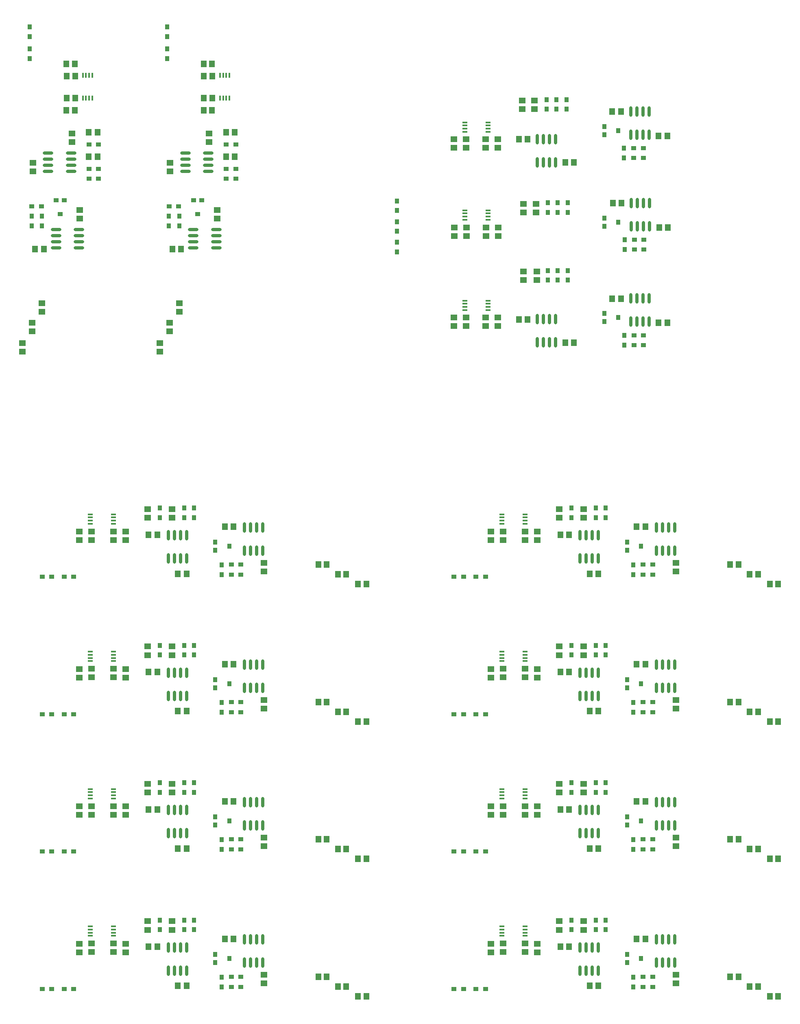
<source format=gtp>
%FSLAX25Y25*%
%MOIN*%
G70*
G01*
G75*
G04 Layer_Color=8421504*
%ADD10R,0.03543X0.04331*%
%ADD11R,0.04331X0.03543*%
%ADD12R,0.03543X0.03937*%
%ADD13R,0.04724X0.05512*%
%ADD14R,0.04016X0.01614*%
%ADD15R,0.05512X0.04724*%
%ADD16R,0.05512X0.04921*%
%ADD17R,0.04921X0.05512*%
%ADD18O,0.02362X0.08661*%
%ADD19C,0.01000*%
%ADD20O,0.08661X0.02362*%
%ADD21R,0.05512X0.04921*%
%ADD22R,0.05512X0.04724*%
%ADD23R,0.01614X0.04016*%
%ADD24R,0.03937X0.03543*%
%ADD25R,0.04331X0.03543*%
%ADD26C,0.05906*%
%ADD27R,0.05906X0.05906*%
%ADD28R,0.05906X0.05906*%
%ADD29C,0.06000*%
%ADD30C,0.05000*%
%ADD31C,0.10787*%
%ADD32R,0.05906X0.05906*%
%ADD33C,0.10000*%
%ADD34R,0.04724X0.04724*%
%ADD35R,0.04724X0.04724*%
%ADD36C,0.00787*%
%ADD37C,0.00984*%
%ADD38C,0.02362*%
%ADD39C,0.00800*%
%ADD40C,0.01500*%
%ADD41C,0.02000*%
D10*
X150500Y64500D02*
D03*
Y72374D02*
D03*
X142500Y64500D02*
D03*
Y72374D02*
D03*
X179500Y41000D02*
D03*
X122500Y72374D02*
D03*
Y64500D02*
D03*
X173126Y25606D02*
D03*
Y17732D02*
D03*
X16000Y778000D02*
D03*
Y785874D02*
D03*
Y796000D02*
D03*
Y803874D02*
D03*
X26000Y641000D02*
D03*
Y648874D02*
D03*
X17606Y641000D02*
D03*
Y648874D02*
D03*
X128500Y778000D02*
D03*
Y785874D02*
D03*
Y796000D02*
D03*
Y803874D02*
D03*
X138500Y641000D02*
D03*
Y648874D02*
D03*
X130106Y641000D02*
D03*
Y648874D02*
D03*
X173126Y355232D02*
D03*
Y363106D02*
D03*
X122500Y402000D02*
D03*
Y409874D02*
D03*
X179500Y378500D02*
D03*
X142500Y409874D02*
D03*
Y402000D02*
D03*
X150500Y409874D02*
D03*
Y402000D02*
D03*
X510626Y355232D02*
D03*
Y363106D02*
D03*
X460000Y402000D02*
D03*
Y409874D02*
D03*
X517000Y378500D02*
D03*
X480000Y409874D02*
D03*
Y402000D02*
D03*
X488000Y409874D02*
D03*
Y402000D02*
D03*
Y64500D02*
D03*
Y72374D02*
D03*
X480000Y64500D02*
D03*
Y72374D02*
D03*
X517000Y41000D02*
D03*
X460000Y72374D02*
D03*
Y64500D02*
D03*
X510626Y25606D02*
D03*
Y17732D02*
D03*
X488000Y177000D02*
D03*
Y184874D02*
D03*
X480000Y177000D02*
D03*
Y184874D02*
D03*
X517000Y153500D02*
D03*
X460000Y184874D02*
D03*
Y177000D02*
D03*
X510626Y138106D02*
D03*
Y130232D02*
D03*
X488000Y289500D02*
D03*
Y297374D02*
D03*
X480000Y289500D02*
D03*
Y297374D02*
D03*
X517000Y266000D02*
D03*
X460000Y297374D02*
D03*
Y289500D02*
D03*
X510626Y250606D02*
D03*
Y242732D02*
D03*
X150500Y177000D02*
D03*
Y184874D02*
D03*
X142500Y177000D02*
D03*
Y184874D02*
D03*
X179500Y153500D02*
D03*
X122500Y184874D02*
D03*
Y177000D02*
D03*
X173126Y138106D02*
D03*
Y130232D02*
D03*
X150500Y289500D02*
D03*
Y297374D02*
D03*
X142500Y289500D02*
D03*
Y297374D02*
D03*
X179500Y266000D02*
D03*
X122500Y297374D02*
D03*
Y289500D02*
D03*
X173126Y250606D02*
D03*
Y242732D02*
D03*
X317000Y619626D02*
D03*
Y627500D02*
D03*
Y661374D02*
D03*
Y653500D02*
D03*
Y636563D02*
D03*
Y644437D02*
D03*
X503000Y696626D02*
D03*
Y704500D02*
D03*
X503500Y621626D02*
D03*
Y629500D02*
D03*
X503200Y543326D02*
D03*
Y551200D02*
D03*
X439500Y736549D02*
D03*
Y744423D02*
D03*
X440500Y652000D02*
D03*
Y659874D02*
D03*
Y596549D02*
D03*
Y604423D02*
D03*
X447750Y744423D02*
D03*
Y736549D02*
D03*
X456000Y744423D02*
D03*
Y736549D02*
D03*
X448750Y659874D02*
D03*
Y652000D02*
D03*
X457000Y659874D02*
D03*
Y652000D02*
D03*
X448750Y604423D02*
D03*
Y596549D02*
D03*
X457000Y604423D02*
D03*
Y596549D02*
D03*
X498300Y718800D02*
D03*
Y643900D02*
D03*
Y565900D02*
D03*
D11*
X181126Y17606D02*
D03*
X189000D02*
D03*
X181126Y26000D02*
D03*
X189000D02*
D03*
X26126Y16000D02*
D03*
X34000D02*
D03*
X44126D02*
D03*
X52000D02*
D03*
X17732Y656874D02*
D03*
X25606D02*
D03*
X64500Y707500D02*
D03*
X72374D02*
D03*
X41000Y650500D02*
D03*
X130232Y656874D02*
D03*
X138106D02*
D03*
X177000Y707500D02*
D03*
X184874D02*
D03*
X153500Y650500D02*
D03*
X52000Y353500D02*
D03*
X44126D02*
D03*
X34000D02*
D03*
X26126D02*
D03*
X189000Y363500D02*
D03*
X181126D02*
D03*
X189000Y355106D02*
D03*
X181126D02*
D03*
X389500Y353500D02*
D03*
X381626D02*
D03*
X371500D02*
D03*
X363626D02*
D03*
X526500Y363500D02*
D03*
X518626D02*
D03*
X526500Y355106D02*
D03*
X518626D02*
D03*
Y17606D02*
D03*
X526500D02*
D03*
X518626Y26000D02*
D03*
X526500D02*
D03*
X363626Y16000D02*
D03*
X371500D02*
D03*
X381626D02*
D03*
X389500D02*
D03*
X518626Y130106D02*
D03*
X526500D02*
D03*
X518626Y138500D02*
D03*
X526500D02*
D03*
X363626Y128500D02*
D03*
X371500D02*
D03*
X381626D02*
D03*
X389500D02*
D03*
X518626Y242606D02*
D03*
X526500D02*
D03*
X518626Y251000D02*
D03*
X526500D02*
D03*
X363626Y241000D02*
D03*
X371500D02*
D03*
X381626D02*
D03*
X389500D02*
D03*
X181126Y130106D02*
D03*
X189000D02*
D03*
X181126Y138500D02*
D03*
X189000D02*
D03*
X26126Y128500D02*
D03*
X34000D02*
D03*
X44126D02*
D03*
X52000D02*
D03*
X181126Y242606D02*
D03*
X189000D02*
D03*
X181126Y251000D02*
D03*
X189000D02*
D03*
X26126Y241000D02*
D03*
X34000D02*
D03*
X44126D02*
D03*
X52000D02*
D03*
X518874Y704500D02*
D03*
X511000D02*
D03*
X518874Y696500D02*
D03*
X511000D02*
D03*
X519374Y629500D02*
D03*
X511500D02*
D03*
X519374Y621500D02*
D03*
X511500D02*
D03*
X519074Y551200D02*
D03*
X511200D02*
D03*
X519074Y543200D02*
D03*
X511200D02*
D03*
D12*
X168083Y44346D02*
D03*
Y37653D02*
D03*
Y375153D02*
D03*
Y381846D02*
D03*
X505583Y375153D02*
D03*
Y381846D02*
D03*
Y44346D02*
D03*
Y37653D02*
D03*
Y156846D02*
D03*
Y150154D02*
D03*
Y269346D02*
D03*
Y262653D02*
D03*
X168083Y156846D02*
D03*
Y150154D02*
D03*
Y269346D02*
D03*
Y262653D02*
D03*
X486883Y715453D02*
D03*
Y722147D02*
D03*
Y640554D02*
D03*
Y647247D02*
D03*
Y562554D02*
D03*
Y569246D02*
D03*
D13*
X144543Y18500D02*
D03*
X137457D02*
D03*
X120543Y50500D02*
D03*
X113457D02*
D03*
X183043Y57000D02*
D03*
X175957D02*
D03*
X71495Y717500D02*
D03*
X64408D02*
D03*
X53240Y763500D02*
D03*
X46154D02*
D03*
X53240Y745500D02*
D03*
X46154D02*
D03*
X20457Y622000D02*
D03*
X27543D02*
D03*
X71495Y697500D02*
D03*
X64408D02*
D03*
X183994Y717500D02*
D03*
X176908D02*
D03*
X165740Y763500D02*
D03*
X158653D02*
D03*
X165740Y745500D02*
D03*
X158653D02*
D03*
X132957Y622000D02*
D03*
X140043D02*
D03*
X183994Y697500D02*
D03*
X176908D02*
D03*
X175957Y394500D02*
D03*
X183043D02*
D03*
X113457Y388000D02*
D03*
X120543D02*
D03*
X137457Y356000D02*
D03*
X144543D02*
D03*
X513457Y394500D02*
D03*
X520543D02*
D03*
X450957Y388000D02*
D03*
X458043D02*
D03*
X474957Y356000D02*
D03*
X482043D02*
D03*
Y18500D02*
D03*
X474957D02*
D03*
X458043Y50500D02*
D03*
X450957D02*
D03*
X520543Y57000D02*
D03*
X513457D02*
D03*
X482043Y131000D02*
D03*
X474957D02*
D03*
X458043Y163000D02*
D03*
X450957D02*
D03*
X520543Y169500D02*
D03*
X513457D02*
D03*
X482043Y243500D02*
D03*
X474957D02*
D03*
X458043Y275500D02*
D03*
X450957D02*
D03*
X520543Y282000D02*
D03*
X513457D02*
D03*
X144543Y131000D02*
D03*
X137457D02*
D03*
X120543Y163000D02*
D03*
X113457D02*
D03*
X183043Y169500D02*
D03*
X175957D02*
D03*
X144543Y243500D02*
D03*
X137457D02*
D03*
X120543Y275500D02*
D03*
X113457D02*
D03*
X183043Y282000D02*
D03*
X175957D02*
D03*
X500543Y734500D02*
D03*
X493457D02*
D03*
X531457Y714500D02*
D03*
X538543D02*
D03*
X501043Y659500D02*
D03*
X493957D02*
D03*
X531957Y639500D02*
D03*
X539043D02*
D03*
X500543Y581400D02*
D03*
X493457D02*
D03*
X531457Y561500D02*
D03*
X538543D02*
D03*
X424043Y711900D02*
D03*
X416957D02*
D03*
X454957Y693100D02*
D03*
X462043D02*
D03*
X424043Y564400D02*
D03*
X416957D02*
D03*
X454957Y545400D02*
D03*
X462043D02*
D03*
D14*
X84500Y59500D02*
D03*
Y62059D02*
D03*
Y64618D02*
D03*
Y67177D02*
D03*
X65602Y59500D02*
D03*
Y62059D02*
D03*
Y64618D02*
D03*
Y67177D02*
D03*
Y404677D02*
D03*
Y402118D02*
D03*
Y399559D02*
D03*
Y397000D02*
D03*
X84500Y404677D02*
D03*
Y402118D02*
D03*
Y399559D02*
D03*
Y397000D02*
D03*
X403102Y404677D02*
D03*
Y402118D02*
D03*
Y399559D02*
D03*
Y397000D02*
D03*
X422000Y404677D02*
D03*
Y402118D02*
D03*
Y399559D02*
D03*
Y397000D02*
D03*
Y59500D02*
D03*
Y62059D02*
D03*
Y64618D02*
D03*
Y67177D02*
D03*
X403102Y59500D02*
D03*
Y62059D02*
D03*
Y64618D02*
D03*
Y67177D02*
D03*
X422000Y172000D02*
D03*
Y174559D02*
D03*
Y177118D02*
D03*
Y179677D02*
D03*
X403102Y172000D02*
D03*
Y174559D02*
D03*
Y177118D02*
D03*
Y179677D02*
D03*
X422000Y284500D02*
D03*
Y287059D02*
D03*
Y289618D02*
D03*
Y292177D02*
D03*
X403102Y284500D02*
D03*
Y287059D02*
D03*
Y289618D02*
D03*
Y292177D02*
D03*
X84500Y172000D02*
D03*
Y174559D02*
D03*
Y177118D02*
D03*
Y179677D02*
D03*
X65602Y172000D02*
D03*
Y174559D02*
D03*
Y177118D02*
D03*
Y179677D02*
D03*
X84500Y284500D02*
D03*
Y287059D02*
D03*
Y289618D02*
D03*
Y292177D02*
D03*
X65602Y284500D02*
D03*
Y287059D02*
D03*
Y289618D02*
D03*
Y292177D02*
D03*
X391500Y718000D02*
D03*
Y720559D02*
D03*
Y723118D02*
D03*
Y725677D02*
D03*
X372602Y718000D02*
D03*
Y720559D02*
D03*
Y723118D02*
D03*
Y725677D02*
D03*
X391500Y646000D02*
D03*
Y648559D02*
D03*
Y651118D02*
D03*
Y653677D02*
D03*
X372602Y646000D02*
D03*
Y648559D02*
D03*
Y651118D02*
D03*
Y653677D02*
D03*
X391500Y572000D02*
D03*
Y574559D02*
D03*
Y577118D02*
D03*
Y579677D02*
D03*
X372602Y572000D02*
D03*
Y574559D02*
D03*
Y577118D02*
D03*
Y579677D02*
D03*
D15*
X132500Y64408D02*
D03*
Y71495D02*
D03*
X208000Y27543D02*
D03*
Y20457D02*
D03*
X84500Y46154D02*
D03*
Y53240D02*
D03*
X66500Y46154D02*
D03*
Y53240D02*
D03*
X112500Y64408D02*
D03*
Y71495D02*
D03*
Y408994D02*
D03*
Y401908D02*
D03*
X66500Y390740D02*
D03*
Y383653D02*
D03*
X84500Y390740D02*
D03*
Y383653D02*
D03*
X208000Y357957D02*
D03*
Y365043D02*
D03*
X132500Y408994D02*
D03*
Y401908D02*
D03*
X450000Y408994D02*
D03*
Y401908D02*
D03*
X404000Y390740D02*
D03*
Y383653D02*
D03*
X422000Y390740D02*
D03*
Y383653D02*
D03*
X545500Y357957D02*
D03*
Y365043D02*
D03*
X470000Y408994D02*
D03*
Y401908D02*
D03*
Y64408D02*
D03*
Y71495D02*
D03*
X545500Y27543D02*
D03*
Y20457D02*
D03*
X422000Y46154D02*
D03*
Y53240D02*
D03*
X404000Y46154D02*
D03*
Y53240D02*
D03*
X450000Y64408D02*
D03*
Y71495D02*
D03*
X470000Y176908D02*
D03*
Y183994D02*
D03*
X545500Y140043D02*
D03*
Y132957D02*
D03*
X422000Y158653D02*
D03*
Y165740D02*
D03*
X404000Y158653D02*
D03*
Y165740D02*
D03*
X450000Y176908D02*
D03*
Y183994D02*
D03*
X470000Y289408D02*
D03*
Y296495D02*
D03*
X545500Y252543D02*
D03*
Y245457D02*
D03*
X422000Y271153D02*
D03*
Y278240D02*
D03*
X404000Y271153D02*
D03*
Y278240D02*
D03*
X450000Y289408D02*
D03*
Y296495D02*
D03*
X132500Y176908D02*
D03*
Y183994D02*
D03*
X208000Y140043D02*
D03*
Y132957D02*
D03*
X84500Y158653D02*
D03*
Y165740D02*
D03*
X66500Y158653D02*
D03*
Y165740D02*
D03*
X112500Y176908D02*
D03*
Y183994D02*
D03*
X132500Y289408D02*
D03*
Y296495D02*
D03*
X208000Y252543D02*
D03*
Y245457D02*
D03*
X84500Y271153D02*
D03*
Y278240D02*
D03*
X66500Y271153D02*
D03*
Y278240D02*
D03*
X112500Y289408D02*
D03*
Y296495D02*
D03*
X389500Y704957D02*
D03*
Y712043D02*
D03*
X373500Y704957D02*
D03*
Y712043D02*
D03*
X390000Y632457D02*
D03*
Y639543D02*
D03*
X374000Y632457D02*
D03*
Y639543D02*
D03*
X389500Y558957D02*
D03*
Y566043D02*
D03*
X429500Y736457D02*
D03*
Y743543D02*
D03*
X373500Y558957D02*
D03*
Y566043D02*
D03*
X431000Y651908D02*
D03*
Y658994D02*
D03*
X431500Y596457D02*
D03*
Y603543D02*
D03*
X419500Y736457D02*
D03*
Y743543D02*
D03*
X420500Y651908D02*
D03*
Y658994D02*
D03*
Y596457D02*
D03*
Y603543D02*
D03*
D16*
X94500Y52945D02*
D03*
Y46055D02*
D03*
X56500Y52945D02*
D03*
Y46055D02*
D03*
Y383555D02*
D03*
Y390445D02*
D03*
X94500Y383555D02*
D03*
Y390445D02*
D03*
X394000Y383555D02*
D03*
Y390445D02*
D03*
X432000Y383555D02*
D03*
Y390445D02*
D03*
Y52945D02*
D03*
Y46055D02*
D03*
X394000Y52945D02*
D03*
Y46055D02*
D03*
X432000Y165445D02*
D03*
Y158555D02*
D03*
X394000Y165445D02*
D03*
Y158555D02*
D03*
X432000Y277945D02*
D03*
Y271055D02*
D03*
X394000Y277945D02*
D03*
Y271055D02*
D03*
X94500Y165445D02*
D03*
Y158555D02*
D03*
X56500Y165445D02*
D03*
Y158555D02*
D03*
X94500Y277945D02*
D03*
Y271055D02*
D03*
X56500Y277945D02*
D03*
Y271055D02*
D03*
X399500Y711945D02*
D03*
Y705055D02*
D03*
X363500Y711945D02*
D03*
Y705055D02*
D03*
X400000Y639445D02*
D03*
Y632555D02*
D03*
X364000Y639445D02*
D03*
Y632555D02*
D03*
X399500Y565945D02*
D03*
Y559055D02*
D03*
X363500Y565945D02*
D03*
Y559055D02*
D03*
D17*
X252555Y26000D02*
D03*
X259445D02*
D03*
X268555Y18000D02*
D03*
X275445D02*
D03*
X285055Y10000D02*
D03*
X291945D02*
D03*
X46055Y773500D02*
D03*
X52945D02*
D03*
X46055Y735500D02*
D03*
X52945D02*
D03*
X158555Y773500D02*
D03*
X165445D02*
D03*
X158555Y735500D02*
D03*
X165445D02*
D03*
X291945Y347500D02*
D03*
X285055D02*
D03*
X275445Y355500D02*
D03*
X268555D02*
D03*
X259445Y363500D02*
D03*
X252555D02*
D03*
X629445Y347500D02*
D03*
X622555D02*
D03*
X612945Y355500D02*
D03*
X606055D02*
D03*
X596945Y363500D02*
D03*
X590055D02*
D03*
Y26000D02*
D03*
X596945D02*
D03*
X606055Y18000D02*
D03*
X612945D02*
D03*
X622555Y10000D02*
D03*
X629445D02*
D03*
X590055Y138500D02*
D03*
X596945D02*
D03*
X606055Y130500D02*
D03*
X612945D02*
D03*
X622555Y122500D02*
D03*
X629445D02*
D03*
X590055Y251000D02*
D03*
X596945D02*
D03*
X606055Y243000D02*
D03*
X612945D02*
D03*
X622555Y235000D02*
D03*
X629445D02*
D03*
X252555Y138500D02*
D03*
X259445D02*
D03*
X268555Y130500D02*
D03*
X275445D02*
D03*
X285055Y122500D02*
D03*
X291945D02*
D03*
X252555Y251000D02*
D03*
X259445D02*
D03*
X268555Y243000D02*
D03*
X275445D02*
D03*
X285055Y235000D02*
D03*
X291945D02*
D03*
D18*
X207000Y56449D02*
D03*
X202000D02*
D03*
X197000D02*
D03*
X192000D02*
D03*
X207000Y37551D02*
D03*
X202000D02*
D03*
X197000D02*
D03*
X192000D02*
D03*
X144500Y49949D02*
D03*
X139500D02*
D03*
X134500D02*
D03*
X129500D02*
D03*
X144500Y31051D02*
D03*
X139500D02*
D03*
X134500D02*
D03*
X129500D02*
D03*
Y368551D02*
D03*
X134500D02*
D03*
X139500D02*
D03*
X144500D02*
D03*
X129500Y387449D02*
D03*
X134500D02*
D03*
X139500D02*
D03*
X144500D02*
D03*
X192000Y375051D02*
D03*
X197000D02*
D03*
X202000D02*
D03*
X207000D02*
D03*
X192000Y393949D02*
D03*
X197000D02*
D03*
X202000D02*
D03*
X207000D02*
D03*
X467000Y368551D02*
D03*
X472000D02*
D03*
X477000D02*
D03*
X482000D02*
D03*
X467000Y387449D02*
D03*
X472000D02*
D03*
X477000D02*
D03*
X482000D02*
D03*
X529500Y375051D02*
D03*
X534500D02*
D03*
X539500D02*
D03*
X544500D02*
D03*
X529500Y393949D02*
D03*
X534500D02*
D03*
X539500D02*
D03*
X544500D02*
D03*
Y56449D02*
D03*
X539500D02*
D03*
X534500D02*
D03*
X529500D02*
D03*
X544500Y37551D02*
D03*
X539500D02*
D03*
X534500D02*
D03*
X529500D02*
D03*
X482000Y49949D02*
D03*
X477000D02*
D03*
X472000D02*
D03*
X467000D02*
D03*
X482000Y31051D02*
D03*
X477000D02*
D03*
X472000D02*
D03*
X467000D02*
D03*
X544500Y168949D02*
D03*
X539500D02*
D03*
X534500D02*
D03*
X529500D02*
D03*
X544500Y150051D02*
D03*
X539500D02*
D03*
X534500D02*
D03*
X529500D02*
D03*
X482000Y162449D02*
D03*
X477000D02*
D03*
X472000D02*
D03*
X467000D02*
D03*
X482000Y143551D02*
D03*
X477000D02*
D03*
X472000D02*
D03*
X467000D02*
D03*
X544500Y281449D02*
D03*
X539500D02*
D03*
X534500D02*
D03*
X529500D02*
D03*
X544500Y262551D02*
D03*
X539500D02*
D03*
X534500D02*
D03*
X529500D02*
D03*
X482000Y274949D02*
D03*
X477000D02*
D03*
X472000D02*
D03*
X467000D02*
D03*
X482000Y256051D02*
D03*
X477000D02*
D03*
X472000D02*
D03*
X467000D02*
D03*
X207000Y168949D02*
D03*
X202000D02*
D03*
X197000D02*
D03*
X192000D02*
D03*
X207000Y150051D02*
D03*
X202000D02*
D03*
X197000D02*
D03*
X192000D02*
D03*
X144500Y162449D02*
D03*
X139500D02*
D03*
X134500D02*
D03*
X129500D02*
D03*
X144500Y143551D02*
D03*
X139500D02*
D03*
X134500D02*
D03*
X129500D02*
D03*
X207000Y281449D02*
D03*
X202000D02*
D03*
X197000D02*
D03*
X192000D02*
D03*
X207000Y262551D02*
D03*
X202000D02*
D03*
X197000D02*
D03*
X192000D02*
D03*
X144500Y274949D02*
D03*
X139500D02*
D03*
X134500D02*
D03*
X129500D02*
D03*
X144500Y256051D02*
D03*
X139500D02*
D03*
X134500D02*
D03*
X129500D02*
D03*
X523500Y734449D02*
D03*
X518500D02*
D03*
X513500D02*
D03*
X508500D02*
D03*
X523500Y715551D02*
D03*
X518500D02*
D03*
X513500D02*
D03*
X508500D02*
D03*
X524000Y659449D02*
D03*
X519000D02*
D03*
X514000D02*
D03*
X509000D02*
D03*
X524000Y640551D02*
D03*
X519000D02*
D03*
X514000D02*
D03*
X509000D02*
D03*
X523500Y581449D02*
D03*
X518500D02*
D03*
X513500D02*
D03*
X508500D02*
D03*
X523500Y562551D02*
D03*
X518500D02*
D03*
X513500D02*
D03*
X508500D02*
D03*
X447000Y711949D02*
D03*
X442000D02*
D03*
X437000D02*
D03*
X432000D02*
D03*
X447000Y693051D02*
D03*
X442000D02*
D03*
X437000D02*
D03*
X432000D02*
D03*
X447000Y564449D02*
D03*
X442000D02*
D03*
X437000D02*
D03*
X432000D02*
D03*
X447000Y545551D02*
D03*
X442000D02*
D03*
X437000D02*
D03*
X432000D02*
D03*
D20*
X31051Y700500D02*
D03*
Y695500D02*
D03*
Y690500D02*
D03*
Y685500D02*
D03*
X49949Y700500D02*
D03*
Y695500D02*
D03*
Y690500D02*
D03*
Y685500D02*
D03*
X37551Y638000D02*
D03*
Y633000D02*
D03*
Y628000D02*
D03*
Y623000D02*
D03*
X56449Y638000D02*
D03*
Y633000D02*
D03*
Y628000D02*
D03*
Y623000D02*
D03*
X143551Y700500D02*
D03*
Y695500D02*
D03*
Y690500D02*
D03*
Y685500D02*
D03*
X162449Y700500D02*
D03*
Y695500D02*
D03*
Y690500D02*
D03*
Y685500D02*
D03*
X150051Y638000D02*
D03*
Y633000D02*
D03*
Y628000D02*
D03*
Y623000D02*
D03*
X168949Y638000D02*
D03*
Y633000D02*
D03*
Y628000D02*
D03*
Y623000D02*
D03*
D21*
X10000Y538055D02*
D03*
Y544945D02*
D03*
X18000Y554555D02*
D03*
Y561445D02*
D03*
X26000Y570555D02*
D03*
Y577445D02*
D03*
X122500Y538055D02*
D03*
Y544945D02*
D03*
X130500Y554555D02*
D03*
Y561445D02*
D03*
X138500Y570555D02*
D03*
Y577445D02*
D03*
D22*
X57000Y654043D02*
D03*
Y646957D02*
D03*
X50500Y716543D02*
D03*
Y709457D02*
D03*
X18500Y692543D02*
D03*
Y685457D02*
D03*
X169500Y654043D02*
D03*
Y646957D02*
D03*
X163000Y716543D02*
D03*
Y709457D02*
D03*
X131000Y692543D02*
D03*
Y685457D02*
D03*
D23*
X67177Y764398D02*
D03*
X64618D02*
D03*
X62059D02*
D03*
X59500D02*
D03*
X67177Y745500D02*
D03*
X64618D02*
D03*
X62059D02*
D03*
X59500D02*
D03*
X179677Y764398D02*
D03*
X177118D02*
D03*
X174559D02*
D03*
X172000D02*
D03*
X179677Y745500D02*
D03*
X177118D02*
D03*
X174559D02*
D03*
X172000D02*
D03*
D24*
X37653Y661917D02*
D03*
X44346D02*
D03*
X150154D02*
D03*
X156846D02*
D03*
D25*
X72374Y687500D02*
D03*
X64500D02*
D03*
X72374Y679500D02*
D03*
X64500D02*
D03*
X184874Y687500D02*
D03*
X177000D02*
D03*
X184874Y679500D02*
D03*
X177000D02*
D03*
M02*

</source>
